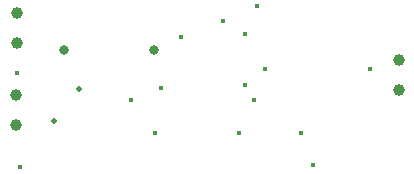
<source format=gbr>
%TF.GenerationSoftware,KiCad,Pcbnew,9.0.1*%
%TF.CreationDate,2025-05-18T00:32:04-05:00*%
%TF.ProjectId,Tiny_Solar_Supply,54696e79-5f53-46f6-9c61-725f53757070,rev?*%
%TF.SameCoordinates,Original*%
%TF.FileFunction,Plated,1,2,PTH,Drill*%
%TF.FilePolarity,Positive*%
%FSLAX46Y46*%
G04 Gerber Fmt 4.6, Leading zero omitted, Abs format (unit mm)*
G04 Created by KiCad (PCBNEW 9.0.1) date 2025-05-18 00:32:04*
%MOMM*%
%LPD*%
G01*
G04 APERTURE LIST*
%TA.AperFunction,ViaDrill*%
%ADD10C,0.400000*%
%TD*%
%TA.AperFunction,ViaDrill*%
%ADD11C,0.500000*%
%TD*%
%TA.AperFunction,ComponentDrill*%
%ADD12C,0.800000*%
%TD*%
%TA.AperFunction,ComponentDrill*%
%ADD13C,1.000000*%
%TD*%
G04 APERTURE END LIST*
D10*
X147320000Y-55880000D03*
X147617359Y-63848159D03*
X157022800Y-58115200D03*
X159004000Y-60909200D03*
X159562800Y-57150000D03*
X161239200Y-52832000D03*
X164744400Y-51409600D03*
X166105876Y-60960000D03*
X166624000Y-52578000D03*
X166624000Y-56845200D03*
X167436800Y-58166000D03*
X167690800Y-50190400D03*
X168351200Y-55524400D03*
X171399200Y-60909200D03*
X172424301Y-63620198D03*
X177241200Y-55524400D03*
D11*
X150469600Y-59893200D03*
X152603200Y-57200800D03*
D12*
%TO.C,J3*%
X151349570Y-53869831D03*
X158969570Y-53869831D03*
D13*
%TO.C,J2*%
X147225952Y-57749104D03*
X147225952Y-60289104D03*
%TO.C,J4*%
X147320000Y-50800000D03*
X147320000Y-53340000D03*
%TO.C,J1*%
X179635516Y-54786750D03*
X179635516Y-57326750D03*
M02*

</source>
